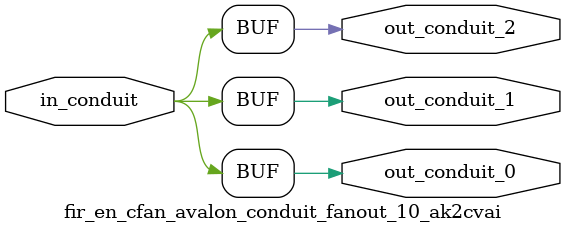
<source format=sv>


 


// --------------------------------------------------------------------------------
//| Avalon Conduit Fan-Out
// --------------------------------------------------------------------------------

// ------------------------------------------
// Generation parameters:
//   output_name:       fir_en_cfan_avalon_conduit_fanout_10_ak2cvai
//   numFanOut:         3
//   
// ------------------------------------------

module fir_en_cfan_avalon_conduit_fanout_10_ak2cvai (     

// Interface: out_conduit_0
 output                    out_conduit_0,
// Interface: out_conduit_1
 output                    out_conduit_1,
// Interface: out_conduit_2
 output                    out_conduit_2,

// Interface: in_conduit
 input                   in_conduit

);

   assign  out_conduit_0 = in_conduit;
   assign  out_conduit_1 = in_conduit;
   assign  out_conduit_2 = in_conduit;

endmodule //


</source>
